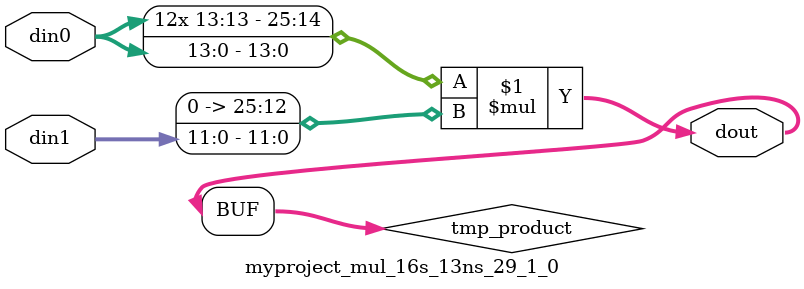
<source format=v>

`timescale 1 ns / 1 ps

  module myproject_mul_16s_13ns_29_1_0(din0, din1, dout);
parameter ID = 1;
parameter NUM_STAGE = 0;
parameter din0_WIDTH = 14;
parameter din1_WIDTH = 12;
parameter dout_WIDTH = 26;

input [din0_WIDTH - 1 : 0] din0; 
input [din1_WIDTH - 1 : 0] din1; 
output [dout_WIDTH - 1 : 0] dout;

wire signed [dout_WIDTH - 1 : 0] tmp_product;












assign tmp_product = $signed(din0) * $signed({1'b0, din1});









assign dout = tmp_product;







endmodule

</source>
